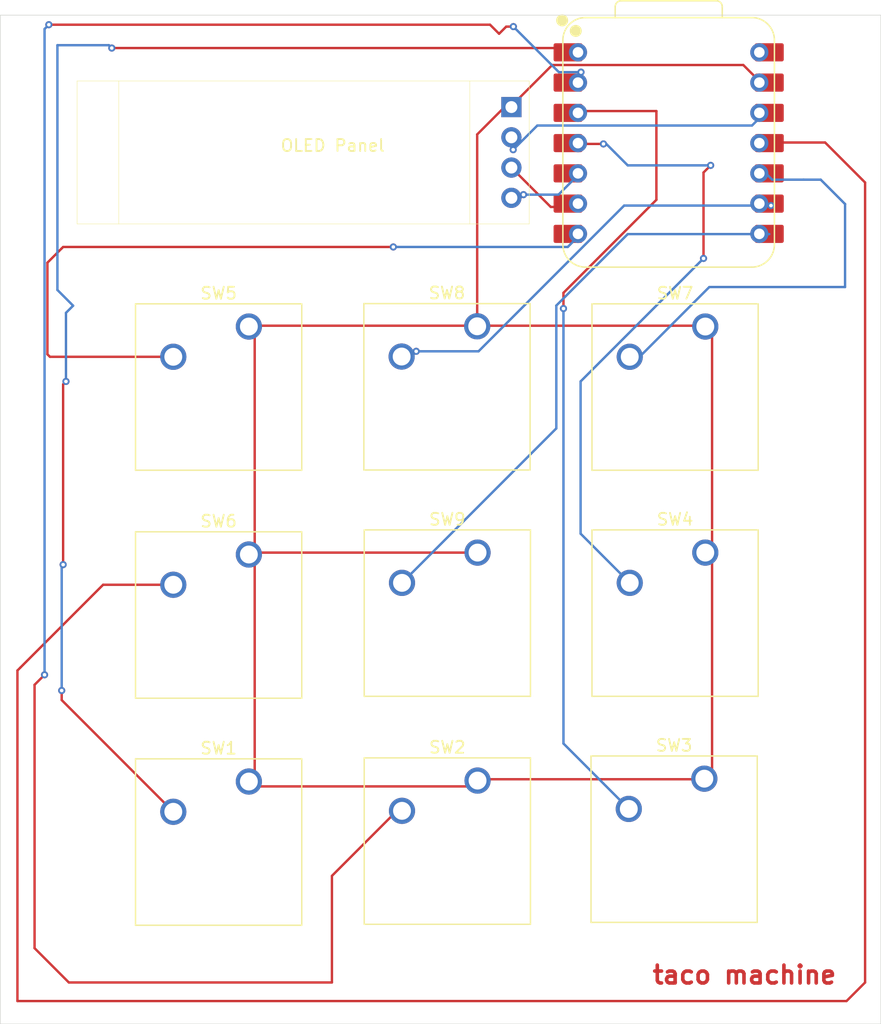
<source format=kicad_pcb>
(kicad_pcb (version 20241229) (generator "pcbnew") (generator_version "9.0")
  (layers (0 "F.Cu" signal) (2 "B.Cu" signal) (13 "F.Paste" user) (15 "B.Paste" user) (5 "F.SilkS" user "F.Silkscreen") (7 "B.SilkS" user "B.Silkscreen") (1 "F.Mask" user) (3 "B.Mask" user) (25 "Edge.Cuts" user))
  (net 0 "")
  (net 1 "Net-(SSD1-GND)")
  (net 2 "Net-(SSD1-VCC)")
  (net 3 "GND")
  (net 4 "Net-(SSD1-SCL)")
  (net 5 "Net-(U1-GPIO26{slash}ADC0{slash}A0)")
  (net 6 "Net-(U1-GPIO27{slash}ADC1{slash}A1)")
  (net 7 "Net-(U1-GPIO28{slash}ADC2{slash}A2)")
  (net 8 "Net-(U1-GPIO29{slash}ADC3{slash}A3)")
  (net 9 "Net-(U1-GPIO0{slash}TX)")
  (net 10 "Net-(U1-GPIO3{slash}MOSI)")
  (net 11 "Net-(U1-GPIO4{slash}MISO)")
  (net 12 "Net-(U1-GPIO2{slash}SCK)")
  (net 13 "Net-(U1-GPIO1{slash}RX)")
  (net 14 "+5V")
  (footprint "Button_Switch_Keyboard:SW_Cherry_MX_1.00u_PCB" (layer "F.Cu") (at 148.42 102.98)
    (property "Reference" "SW9" (at -2.54 -2.794 0) (layer "F.SilkS"))
    (property "Value" "SW_Push")
    (fp_line (start -9.525 -1.905) (end 4.445 -1.905) (stroke (width 0.12)) (layer "F.SilkS"))
    (fp_line (start -9.525 12.065) (end -9.525 -1.905) (stroke (width 0.12)) (layer "F.SilkS"))
    (fp_line (start 4.445 -1.905) (end 4.445 12.065) (stroke (width 0.12)) (layer "F.SilkS"))
    (fp_line (start 4.445 12.065) (end -9.525 12.065) (stroke (width 0.12)) (layer "F.SilkS"))
    (pad "" np_thru_hole circle (at -7.62 5.08) (size 1.7 1.7) (drill 1.7) (layers "*.Cu" "*.Mask"))
    (pad "" np_thru_hole circle (at -2.54 5.08) (size 4 4) (drill 4) (layers "*.Cu" "*.Mask"))
    (pad "" np_thru_hole circle (at 2.54 5.08) (size 1.7 1.7) (drill 1.7) (layers "*.Cu" "*.Mask"))
    (pad "1" thru_hole circle (at 0 0) (size 2.2 2.2) (drill 1.5) (layers "*.Cu" "*.Mask") (net 3 "GND"))
    (pad "2" thru_hole circle (at -6.35 2.54) (size 2.2 2.2) (drill 1.5) (layers "*.Cu" "*.Mask") (net 13 "Net-(U1-GPIO1{slash}RX)"))
  )
  (footprint "Button_Switch_Keyboard:SW_Cherry_MX_1.00u_PCB" (layer "F.Cu") (at 129.2 103.14)
    (property "Reference" "SW6" (at -2.54 -2.794 0) (layer "F.SilkS"))
    (property "Value" "SW_Push")
    (fp_line (start -9.525 -1.905) (end 4.445 -1.905) (stroke (width 0.12)) (layer "F.SilkS"))
    (fp_line (start -9.525 12.065) (end -9.525 -1.905) (stroke (width 0.12)) (layer "F.SilkS"))
    (fp_line (start 4.445 -1.905) (end 4.445 12.065) (stroke (width 0.12)) (layer "F.SilkS"))
    (fp_line (start 4.445 12.065) (end -9.525 12.065) (stroke (width 0.12)) (layer "F.SilkS"))
    (pad "" np_thru_hole circle (at -7.62 5.08) (size 1.7 1.7) (drill 1.7) (layers "*.Cu" "*.Mask"))
    (pad "" np_thru_hole circle (at -2.54 5.08) (size 4 4) (drill 4) (layers "*.Cu" "*.Mask"))
    (pad "" np_thru_hole circle (at 2.54 5.08) (size 1.7 1.7) (drill 1.7) (layers "*.Cu" "*.Mask"))
    (pad "1" thru_hole circle (at 0 0) (size 2.2 2.2) (drill 1.5) (layers "*.Cu" "*.Mask") (net 3 "GND"))
    (pad "2" thru_hole circle (at -6.35 2.54) (size 2.2 2.2) (drill 1.5) (layers "*.Cu" "*.Mask") (net 10 "Net-(U1-GPIO3{slash}MOSI)"))
  )
  (footprint "Button_Switch_Keyboard:SW_Cherry_MX_1.00u_PCB" (layer "F.Cu") (at 148.39 83.98)
    (property "Reference" "SW8" (at -2.54 -2.794 0) (layer "F.SilkS"))
    (property "Value" "SW_Push")
    (fp_line (start -9.525 -1.905) (end 4.445 -1.905) (stroke (width 0.12)) (layer "F.SilkS"))
    (fp_line (start -9.525 12.065) (end -9.525 -1.905) (stroke (width 0.12)) (layer "F.SilkS"))
    (fp_line (start 4.445 -1.905) (end 4.445 12.065) (stroke (width 0.12)) (layer "F.SilkS"))
    (fp_line (start 4.445 12.065) (end -9.525 12.065) (stroke (width 0.12)) (layer "F.SilkS"))
    (pad "" np_thru_hole circle (at -7.62 5.08) (size 1.7 1.7) (drill 1.7) (layers "*.Cu" "*.Mask"))
    (pad "" np_thru_hole circle (at -2.54 5.08) (size 4 4) (drill 4) (layers "*.Cu" "*.Mask"))
    (pad "" np_thru_hole circle (at 2.54 5.08) (size 1.7 1.7) (drill 1.7) (layers "*.Cu" "*.Mask"))
    (pad "1" thru_hole circle (at 0 0) (size 2.2 2.2) (drill 1.5) (layers "*.Cu" "*.Mask") (net 3 "GND"))
    (pad "2" thru_hole circle (at -6.35 2.54) (size 2.2 2.2) (drill 1.5) (layers "*.Cu" "*.Mask") (net 12 "Net-(U1-GPIO2{slash}SCK)"))
  )
  (footprint "Button_Switch_Keyboard:SW_Cherry_MX_1.00u_PCB" (layer "F.Cu") (at 148.42 122.12)
    (property "Reference" "SW2" (at -2.54 -2.794 0) (layer "F.SilkS"))
    (property "Value" "SW_Push")
    (fp_line (start -9.525 -1.905) (end 4.445 -1.905) (stroke (width 0.12)) (layer "F.SilkS"))
    (fp_line (start -9.525 12.065) (end -9.525 -1.905) (stroke (width 0.12)) (layer "F.SilkS"))
    (fp_line (start 4.445 -1.905) (end 4.445 12.065) (stroke (width 0.12)) (layer "F.SilkS"))
    (fp_line (start 4.445 12.065) (end -9.525 12.065) (stroke (width 0.12)) (layer "F.SilkS"))
    (pad "" np_thru_hole circle (at -7.62 5.08) (size 1.7 1.7) (drill 1.7) (layers "*.Cu" "*.Mask"))
    (pad "" np_thru_hole circle (at -2.54 5.08) (size 4 4) (drill 4) (layers "*.Cu" "*.Mask"))
    (pad "" np_thru_hole circle (at 2.54 5.08) (size 1.7 1.7) (drill 1.7) (layers "*.Cu" "*.Mask"))
    (pad "1" thru_hole circle (at 0 0) (size 2.2 2.2) (drill 1.5) (layers "*.Cu" "*.Mask") (net 3 "GND"))
    (pad "2" thru_hole circle (at -6.35 2.54) (size 2.2 2.2) (drill 1.5) (layers "*.Cu" "*.Mask") (net 6 "Net-(U1-GPIO27{slash}ADC1{slash}A1)"))
  )
  (footprint "Button_Switch_Keyboard:SW_Cherry_MX_1.00u_PCB" (layer "F.Cu") (at 167.56 102.98)
    (property "Reference" "SW4" (at -2.54 -2.794 0) (layer "F.SilkS"))
    (property "Value" "SW_Push")
    (fp_line (start -9.525 -1.905) (end 4.445 -1.905) (stroke (width 0.12)) (layer "F.SilkS"))
    (fp_line (start -9.525 12.065) (end -9.525 -1.905) (stroke (width 0.12)) (layer "F.SilkS"))
    (fp_line (start 4.445 -1.905) (end 4.445 12.065) (stroke (width 0.12)) (layer "F.SilkS"))
    (fp_line (start 4.445 12.065) (end -9.525 12.065) (stroke (width 0.12)) (layer "F.SilkS"))
    (pad "" np_thru_hole circle (at -7.62 5.08) (size 1.7 1.7) (drill 1.7) (layers "*.Cu" "*.Mask"))
    (pad "" np_thru_hole circle (at -2.54 5.08) (size 4 4) (drill 4) (layers "*.Cu" "*.Mask"))
    (pad "" np_thru_hole circle (at 2.54 5.08) (size 1.7 1.7) (drill 1.7) (layers "*.Cu" "*.Mask"))
    (pad "1" thru_hole circle (at 0 0) (size 2.2 2.2) (drill 1.5) (layers "*.Cu" "*.Mask") (net 3 "GND"))
    (pad "2" thru_hole circle (at -6.35 2.54) (size 2.2 2.2) (drill 1.5) (layers "*.Cu" "*.Mask") (net 8 "Net-(U1-GPIO29{slash}ADC3{slash}A3)"))
  )
  (footprint "Button_Switch_Keyboard:SW_Cherry_MX_1.00u_PCB" (layer "F.Cu") (at 167.56 84)
    (property "Reference" "SW7" (at -2.54 -2.794 0) (layer "F.SilkS"))
    (property "Value" "SW_Push")
    (fp_line (start -9.525 -1.905) (end 4.445 -1.905) (stroke (width 0.12)) (layer "F.SilkS"))
    (fp_line (start -9.525 12.065) (end -9.525 -1.905) (stroke (width 0.12)) (layer "F.SilkS"))
    (fp_line (start 4.445 -1.905) (end 4.445 12.065) (stroke (width 0.12)) (layer "F.SilkS"))
    (fp_line (start 4.445 12.065) (end -9.525 12.065) (stroke (width 0.12)) (layer "F.SilkS"))
    (pad "" np_thru_hole circle (at -7.62 5.08) (size 1.7 1.7) (drill 1.7) (layers "*.Cu" "*.Mask"))
    (pad "" np_thru_hole circle (at -2.54 5.08) (size 4 4) (drill 4) (layers "*.Cu" "*.Mask"))
    (pad "" np_thru_hole circle (at 2.54 5.08) (size 1.7 1.7) (drill 1.7) (layers "*.Cu" "*.Mask"))
    (pad "1" thru_hole circle (at 0 0) (size 2.2 2.2) (drill 1.5) (layers "*.Cu" "*.Mask") (net 3 "GND"))
    (pad "2" thru_hole circle (at -6.35 2.54) (size 2.2 2.2) (drill 1.5) (layers "*.Cu" "*.Mask") (net 11 "Net-(U1-GPIO4{slash}MISO)"))
  )
  (footprint "oled:SSD1306-0.91-OLED-4pin-128x32 (4)" (layer "F.Cu") (at 114.765 63.385)
    (property "Reference" "SSD1" (hide yes))
    (property "Value" "~")
    (fp_line (start 0 0) (end 0 12) (stroke (width 0.04)) (layer "F.SilkS"))
    (fp_line (start 0 12) (end 38 12) (stroke (width 0.04)) (layer "F.SilkS"))
    (fp_line (start 3.5 0) (end 3.5 12) (stroke (width 0.04)) (layer "F.SilkS"))
    (fp_line (start 33 0) (end 33 12) (stroke (width 0.04)) (layer "F.SilkS"))
    (fp_line (start 38 0) (end 0 0) (stroke (width 0.04)) (layer "F.SilkS"))
    (fp_line (start 38 12) (end 38 0) (stroke (width 0.04)) (layer "F.SilkS"))
    (fp_text user "OLED Panel" (at 21.48 5.42 0) (layer "F.SilkS"))
    (pad "1" thru_hole rect (at 36.5 2.19) (size 1.7 1.7) (drill 1) (layers "*.Cu" "*.Mask") (net 3 "GND"))
    (pad "2" thru_hole oval (at 36.5 4.73) (size 1.7 1.7) (drill 1) (layers "*.Cu" "*.Mask") (net 4 "Net-(SSD1-SCL)"))
    (pad "3" thru_hole oval (at 36.5 7.27) (size 1.7 1.7) (drill 1) (layers "*.Cu" "*.Mask") (net 2 "Net-(SSD1-VCC)"))
    (pad "4" thru_hole oval (at 36.5 9.81) (size 1.7 1.7) (drill 1) (layers "*.Cu" "*.Mask") (net 1 "Net-(SSD1-GND)"))
  )
  (footprint "Button_Switch_Keyboard:SW_Cherry_MX_1.00u_PCB" (layer "F.Cu") (at 167.48 121.96)
    (property "Reference" "SW3" (at -2.54 -2.794 0) (layer "F.SilkS"))
    (property "Value" "SW_Push")
    (fp_line (start -9.525 -1.905) (end 4.445 -1.905) (stroke (width 0.12)) (layer "F.SilkS"))
    (fp_line (start -9.525 12.065) (end -9.525 -1.905) (stroke (width 0.12)) (layer "F.SilkS"))
    (fp_line (start 4.445 -1.905) (end 4.445 12.065) (stroke (width 0.12)) (layer "F.SilkS"))
    (fp_line (start 4.445 12.065) (end -9.525 12.065) (stroke (width 0.12)) (layer "F.SilkS"))
    (pad "" np_thru_hole circle (at -7.62 5.08) (size 1.7 1.7) (drill 1.7) (layers "*.Cu" "*.Mask"))
    (pad "" np_thru_hole circle (at -2.54 5.08) (size 4 4) (drill 4) (layers "*.Cu" "*.Mask"))
    (pad "" np_thru_hole circle (at 2.54 5.08) (size 1.7 1.7) (drill 1.7) (layers "*.Cu" "*.Mask"))
    (pad "1" thru_hole circle (at 0 0) (size 2.2 2.2) (drill 1.5) (layers "*.Cu" "*.Mask") (net 3 "GND"))
    (pad "2" thru_hole circle (at -6.35 2.54) (size 2.2 2.2) (drill 1.5) (layers "*.Cu" "*.Mask") (net 7 "Net-(U1-GPIO28{slash}ADC2{slash}A2)"))
  )
  (footprint "Button_Switch_Keyboard:SW_Cherry_MX_1.00u_PCB" (layer "F.Cu") (at 129.2 84)
    (property "Reference" "SW5" (at -2.54 -2.794 0) (layer "F.SilkS"))
    (property "Value" "SW_Push")
    (fp_line (start -9.525 -1.905) (end 4.445 -1.905) (stroke (width 0.12)) (layer "F.SilkS"))
    (fp_line (start -9.525 12.065) (end -9.525 -1.905) (stroke (width 0.12)) (layer "F.SilkS"))
    (fp_line (start 4.445 -1.905) (end 4.445 12.065) (stroke (width 0.12)) (layer "F.SilkS"))
    (fp_line (start 4.445 12.065) (end -9.525 12.065) (stroke (width 0.12)) (layer "F.SilkS"))
    (pad "" np_thru_hole circle (at -7.62 5.08) (size 1.7 1.7) (drill 1.7) (layers "*.Cu" "*.Mask"))
    (pad "" np_thru_hole circle (at -2.54 5.08) (size 4 4) (drill 4) (layers "*.Cu" "*.Mask"))
    (pad "" np_thru_hole circle (at 2.54 5.08) (size 1.7 1.7) (drill 1.7) (layers "*.Cu" "*.Mask"))
    (pad "1" thru_hole circle (at 0 0) (size 2.2 2.2) (drill 1.5) (layers "*.Cu" "*.Mask") (net 3 "GND"))
    (pad "2" thru_hole circle (at -6.35 2.54) (size 2.2 2.2) (drill 1.5) (layers "*.Cu" "*.Mask") (net 9 "Net-(U1-GPIO0{slash}TX)"))
  )
  (footprint "feet:XIAO-RP2040-DIP" (layer "F.Cu") (at 164.48 68.6)
    (property "Reference" "U1" (hide yes))
    (property "Value" "XIAO-RP2040-DIP")
    (fp_line (start -8.89 8.509) (end -8.89 -8.636) (stroke (width 0.127)) (layer "F.SilkS"))
    (fp_line (start -6.985 10.414) (end 6.985 10.414) (stroke (width 0.127)) (layer "F.SilkS"))
    (fp_line (start -4.495 -10.541) (end -4.491272 -11.451272) (stroke (width 0.127)) (layer "F.SilkS"))
    (fp_line (start -3.991272 -11.951) (end 4.004 -11.951) (stroke (width 0.127)) (layer "F.SilkS"))
    (fp_line (start 4.504 -11.451) (end 4.504 -10.541) (stroke (width 0.127)) (layer "F.SilkS"))
    (fp_line (start 6.985 -10.541) (end -6.985 -10.541) (stroke (width 0.1)) (layer "F.SilkS"))
    (fp_line (start 6.985 -10.541) (end -6.985 -10.541) (stroke (width 0.127)) (layer "F.SilkS"))
    (fp_line (start 8.89 8.509) (end 8.89 -8.636) (stroke (width 0.127)) (layer "F.SilkS"))
    (fp_arc (start -8.89 -8.636) (mid -8.332038 -9.983038) (end -6.985 -10.541) (stroke (width 0.127)) (layer "F.SilkS"))
    (fp_arc (start -6.985 10.414) (mid -8.332038 9.856038) (end -8.89 8.509) (stroke (width 0.127)) (layer "F.SilkS"))
    (fp_arc (start -4.491272 -11.451272) (mid -4.344728 -11.80464) (end -3.991272 -11.951) (stroke (width 0.127)) (layer "F.SilkS"))
    (fp_arc (start 4.004 -11.951) (mid 4.357553 -11.804553) (end 4.504 -11.451) (stroke (width 0.127)) (layer "F.SilkS"))
    (fp_arc (start 6.985 -10.541) (mid 8.332038 -9.983038) (end 8.89 -8.636) (stroke (width 0.127)) (layer "F.SilkS"))
    (fp_arc (start 8.89 8.509) (mid 8.332038 9.856038) (end 6.985 10.414) (stroke (width 0.127)) (layer "F.SilkS"))
    (fp_circle (center -8.95 -10.3) (end -8.95 -10.554) (stroke (width 0.5)) (fill yes) (layer "F.SilkS"))
    (fp_circle (center -7.807 -9.42) (end -7.807 -9.674) (stroke (width 0.5)) (fill yes) (layer "F.SilkS"))
    (pad "1" smd roundrect (at -8.455 -7.62 180) (size 2.432 1.524) (layers "F.Cu" "F.Mask") (roundrect_rratio 0.1) (net 5 "Net-(U1-GPIO26{slash}ADC0{slash}A0)"))
    (pad "1" thru_hole circle (at -7.62 -7.62 180) (size 1.524 1.524) (drill 0.889) (layers "*.Cu" "*.Mask") (net 5 "Net-(U1-GPIO26{slash}ADC0{slash}A0)"))
    (pad "2" smd roundrect (at -8.455 -5.08 180) (size 2.432 1.524) (layers "F.Cu" "F.Mask") (roundrect_rratio 0.1) (net 6 "Net-(U1-GPIO27{slash}ADC1{slash}A1)"))
    (pad "2" thru_hole circle (at -7.62 -5.08 180) (size 1.524 1.524) (drill 0.889) (layers "*.Cu" "*.Mask") (net 6 "Net-(U1-GPIO27{slash}ADC1{slash}A1)"))
    (pad "3" smd roundrect (at -8.455 -2.54 180) (size 2.432 1.524) (layers "F.Cu" "F.Mask") (roundrect_rratio 0.1) (net 7 "Net-(U1-GPIO28{slash}ADC2{slash}A2)"))
    (pad "3" thru_hole circle (at -7.62 -2.54 180) (size 1.524 1.524) (drill 0.889) (layers "*.Cu" "*.Mask") (net 7 "Net-(U1-GPIO28{slash}ADC2{slash}A2)"))
    (pad "4" smd roundrect (at -8.455 0 180) (size 2.432 1.524) (layers "F.Cu" "F.Mask") (roundrect_rratio 0.1) (net 8 "Net-(U1-GPIO29{slash}ADC3{slash}A3)"))
    (pad "4" thru_hole circle (at -7.62 0 180) (size 1.524 1.524) (drill 0.889) (layers "*.Cu" "*.Mask") (net 8 "Net-(U1-GPIO29{slash}ADC3{slash}A3)"))
    (pad "5" smd roundrect (at -8.455 2.54 180) (size 2.432 1.524) (layers "F.Cu" "F.Mask") (roundrect_rratio 0.1) (net 1 "Net-(SSD1-GND)"))
    (pad "5" thru_hole circle (at -7.62 2.54 180) (size 1.524 1.524) (drill 0.889) (layers "*.Cu" "*.Mask") (net 1 "Net-(SSD1-GND)"))
    (pad "6" smd roundrect (at -8.455 5.08 180) (size 2.432 1.524) (layers "F.Cu" "F.Mask") (roundrect_rratio 0.1) (net 2 "Net-(SSD1-VCC)"))
    (pad "6" thru_hole circle (at -7.62 5.08 180) (size 1.524 1.524) (drill 0.889) (layers "*.Cu" "*.Mask") (net 2 "Net-(SSD1-VCC)"))
    (pad "7" smd roundrect (at -8.455 7.62 180) (size 2.432 1.524) (layers "F.Cu" "F.Mask") (roundrect_rratio 0.1) (net 9 "Net-(U1-GPIO0{slash}TX)"))
    (pad "7" thru_hole circle (at -7.62 7.62 180) (size 1.524 1.524) (drill 0.889) (layers "*.Cu" "*.Mask") (net 9 "Net-(U1-GPIO0{slash}TX)"))
    (pad "8" thru_hole circle (at 7.62 7.62) (size 1.524 1.524) (drill 0.889) (layers "*.Cu" "*.Mask") (net 13 "Net-(U1-GPIO1{slash}RX)"))
    (pad "8" smd roundrect (at 8.455 7.62) (size 2.432 1.524) (layers "F.Cu" "F.Mask") (roundrect_rratio 0.1) (net 13 "Net-(U1-GPIO1{slash}RX)"))
    (pad "9" thru_hole circle (at 7.62 5.08) (size 1.524 1.524) (drill 0.889) (layers "*.Cu" "*.Mask") (net 12 "Net-(U1-GPIO2{slash}SCK)"))
    (pad "9" smd roundrect (at 8.455 5.08) (size 2.432 1.524) (layers "F.Cu" "F.Mask") (roundrect_rratio 0.1) (net 12 "Net-(U1-GPIO2{slash}SCK)"))
    (pad "10" thru_hole circle (at 7.62 2.54) (size 1.524 1.524) (drill 0.889) (layers "*.Cu" "*.Mask") (net 11 "Net-(U1-GPIO4{slash}MISO)"))
    (pad "10" smd roundrect (at 8.455 2.54) (size 2.432 1.524) (layers "F.Cu" "F.Mask") (roundrect_rratio 0.1) (net 11 "Net-(U1-GPIO4{slash}MISO)"))
    (pad "11" thru_hole circle (at 7.62 0) (size 1.524 1.524) (drill 0.889) (layers "*.Cu" "*.Mask") (net 10 "Net-(U1-GPIO3{slash}MOSI)"))
    (pad "11" smd roundrect (at 8.455 0) (size 2.432 1.524) (layers "F.Cu" "F.Mask") (roundrect_rratio 0.1) (net 10 "Net-(U1-GPIO3{slash}MOSI)"))
    (pad "12" thru_hole circle (at 7.62 -2.54) (size 1.524 1.524) (drill 0.889) (layers "*.Cu" "*.Mask") (net 4 "Net-(SSD1-SCL)"))
    (pad "12" smd roundrect (at 8.455 -2.54) (size 2.432 1.524) (layers "F.Cu" "F.Mask") (roundrect_rratio 0.1) (net 4 "Net-(SSD1-SCL)"))
    (pad "13" thru_hole circle (at 7.62 -5.08) (size 1.524 1.524) (drill 0.889) (layers "*.Cu" "*.Mask") (net 3 "GND"))
    (pad "13" smd roundrect (at 8.455 -5.08) (size 2.432 1.524) (layers "F.Cu" "F.Mask") (roundrect_rratio 0.1) (net 3 "GND"))
    (pad "14" thru_hole circle (at 7.62 -7.62) (size 1.524 1.524) (drill 0.889) (layers "*.Cu" "*.Mask") (net 14 "+5V"))
    (pad "14" smd roundrect (at 8.455 -7.62) (size 2.432 1.524) (layers "F.Cu" "F.Mask") (roundrect_rratio 0.1) (net 14 "+5V"))
  )
  (footprint "Button_Switch_Keyboard:SW_Cherry_MX_1.00u_PCB" (layer "F.Cu") (at 129.2 122.2)
    (property "Reference" "SW1" (at -2.54 -2.794 0) (layer "F.SilkS"))
    (property "Value" "SW_Push")
    (fp_line (start -9.525 -1.905) (end 4.445 -1.905) (stroke (width 0.12)) (layer "F.SilkS"))
    (fp_line (start -9.525 12.065) (end -9.525 -1.905) (stroke (width 0.12)) (layer "F.SilkS"))
    (fp_line (start 4.445 -1.905) (end 4.445 12.065) (stroke (width 0.12)) (layer "F.SilkS"))
    (fp_line (start 4.445 12.065) (end -9.525 12.065) (stroke (width 0.12)) (layer "F.SilkS"))
    (pad "" np_thru_hole circle (at -7.62 5.08) (size 1.7 1.7) (drill 1.7) (layers "*.Cu" "*.Mask"))
    (pad "" np_thru_hole circle (at -2.54 5.08) (size 4 4) (drill 4) (layers "*.Cu" "*.Mask"))
    (pad "" np_thru_hole circle (at 2.54 5.08) (size 1.7 1.7) (drill 1.7) (layers "*.Cu" "*.Mask"))
    (pad "1" thru_hole circle (at 0 0) (size 2.2 2.2) (drill 1.5) (layers "*.Cu" "*.Mask") (net 3 "GND"))
    (pad "2" thru_hole circle (at -6.35 2.54) (size 2.2 2.2) (drill 1.5) (layers "*.Cu" "*.Mask") (net 5 "Net-(U1-GPIO26{slash}ADC0{slash}A0)"))
  )
  (gr_rect (start 108.31 57.86) (end 182.31 142.55) (stroke (width 0.05)) (fill no) (layer "Edge.Cuts"))
  (gr_text "taco machine" (at 162.97 139.31 0) (layer "F.Cu") (effects (font (size 1.5 1.5) (thickness 0.3) (bold yes)) (justify left bottom)))
  (segment (start 151.265 73.195) (end 152.013211 73.195) (width 0.2) (layer "F.Cu") (net 1))
  (segment (start 152.013211 73.195) (end 152.280429 72.927782) (width 0.2) (layer "F.Cu") (net 1))
  (via (at 152.280429 72.927782) (size 0.6) (drill 0.3) (layers "F.Cu" "B.Cu") (net 1))
  (segment (start 155.222218 72.927782) (end 157.08 71.07) (width 0.2) (layer "B.Cu") (net 1))
  (segment (start 152.280429 72.927782) (end 155.222218 72.927782) (width 0.2) (layer "B.Cu") (net 1))
  (segment (start 151.265 70.655) (end 154.57 73.96) (width 0.2) (layer "F.Cu") (net 2))
  (segment (start 154.57 73.96) (end 156.96 73.96) (width 0.2) (layer "F.Cu") (net 2))
  (segment (start 168.13 121.77) (end 167.41 122.49) (width 0.2) (layer "F.Cu") (net 3))
  (segment (start 148.39 83.98) (end 148.39 67.87) (width 0.2) (layer "F.Cu") (net 3))
  (segment (start 168.13 84.05) (end 168.13 103.39) (width 0.2) (layer "F.Cu") (net 3))
  (segment (start 129.69 121.77) (end 129.69 102.79) (width 0.2) (layer "F.Cu") (net 3))
  (segment (start 129.69 84.89) (end 128.97 84.17) (width 0.2) (layer "F.Cu") (net 3))
  (segment (start 151.07 65.19) (end 151.55 65.19) (width 0.2) (layer "F.Cu") (net 3))
  (segment (start 170.753 62.043) (end 172.46 63.75) (width 0.2) (layer "F.Cu") (net 3))
  (segment (start 129.2 84) (end 129.27 83.93) (width 0.2) (layer "F.Cu") (net 3))
  (segment (start 168.01 83.93) (end 168.13 84.05) (width 0.2) (layer "F.Cu") (net 3))
  (segment (start 129.38 102.98) (end 129.21 103.15) (width 0.2) (layer "F.Cu") (net 3))
  (segment (start 148.55 83.93) (end 168.01 83.93) (width 0.2) (layer "F.Cu") (net 3))
  (segment (start 148.19 122.61) (end 128.85 122.61) (width 0.2) (layer "F.Cu") (net 3))
  (segment (start 148.79 122.01) (end 148.19 122.61) (width 0.2) (layer "F.Cu") (net 3))
  (segment (start 129.27 83.93) (end 148.55 83.93) (width 0.2) (layer "F.Cu") (net 3))
  (segment (start 168.13 103.39) (end 168.13 121.77) (width 0.2) (layer "F.Cu") (net 3))
  (segment (start 128.85 122.61) (end 129.69 121.77) (width 0.2) (layer "F.Cu") (net 3))
  (segment (start 154.697 62.043) (end 170.753 62.043) (width 0.2) (layer "F.Cu") (net 3))
  (segment (start 148.39 67.87) (end 151.07 65.19) (width 0.2) (layer "F.Cu") (net 3))
  (segment (start 148.42 102.98) (end 129.38 102.98) (width 0.2) (layer "F.Cu") (net 3))
  (segment (start 166.93 122.01) (end 148.79 122.01) (width 0.2) (layer "F.Cu") (net 3))
  (segment (start 129.69 102.79) (end 129.69 84.89) (width 0.2) (layer "F.Cu") (net 3))
  (segment (start 151.55 65.19) (end 154.697 62.043) (width 0.2) (layer "F.Cu") (net 3))
  (segment (start 167.41 122.49) (end 166.93 122.01) (width 0.2) (layer "F.Cu") (net 3))
  (segment (start 151.265 69.005955) (end 151.413493 69.154448) (width 0.2) (layer "F.Cu") (net 4))
  (segment (start 151.265 68.115) (end 151.265 69.005955) (width 0.2) (layer "F.Cu") (net 4))
  (via (at 151.413493 69.154448) (size 0.6) (drill 0.3) (layers "F.Cu" "B.Cu") (net 4))
  (segment (start 153.444941 67.123) (end 171.487 67.123) (width 0.2) (layer "B.Cu") (net 4))
  (segment (start 171.487 67.123) (end 172.46 66.15) (width 0.2) (layer "B.Cu") (net 4))
  (segment (start 151.413493 69.154448) (end 153.444941 67.123) (width 0.2) (layer "B.Cu") (net 4))
  (segment (start 117.68 60.62) (end 156.36 60.62) (width 0.2) (layer "F.Cu") (net 5))
  (segment (start 156.36 60.62) (end 157.08 61.34) (width 0.2) (layer "F.Cu") (net 5))
  (segment (start 113.59 103.99) (end 113.59 88.85) (width 0.2) (layer "F.Cu") (net 5))
  (segment (start 113.59 88.85) (end 113.83 88.61) (width 0.2) (layer "F.Cu") (net 5))
  (segment (start 113.47 115.36) (end 113.47 114.56) (width 0.2) (layer "F.Cu") (net 5))
  (segment (start 122.85 124.74) (end 113.47 115.36) (width 0.2) (layer "F.Cu") (net 5))
  (via (at 117.68 60.62) (size 0.6) (drill 0.3) (layers "F.Cu" "B.Cu") (net 5))
  (via (at 113.47 114.56) (size 0.6) (drill 0.3) (layers "F.Cu" "B.Cu") (net 5))
  (via (at 113.59 103.99) (size 0.6) (drill 0.3) (layers "F.Cu" "B.Cu") (net 5))
  (via (at 113.83 88.61) (size 0.6) (drill 0.3) (layers "F.Cu" "B.Cu") (net 5))
  (segment (start 113.47 104.11) (end 113.59 103.99) (width 0.2) (layer "B.Cu") (net 5))
  (segment (start 113.83 82.85) (end 114.43 82.25) (width 0.2) (layer "B.Cu") (net 5))
  (segment (start 113.83 88.61) (end 113.83 82.85) (width 0.2) (layer "B.Cu") (net 5))
  (segment (start 113.47 114.56) (end 113.47 104.11) (width 0.2) (layer "B.Cu") (net 5))
  (segment (start 114.43 82.25) (end 113.11 80.93) (width 0.2) (layer "B.Cu") (net 5))
  (segment (start 117.44 60.38) (end 117.68 60.62) (width 0.2) (layer "B.Cu") (net 5))
  (segment (start 113.11 60.38) (end 117.44 60.38) (width 0.2) (layer "B.Cu") (net 5))
  (segment (start 113.11 80.93) (end 113.11 60.38) (width 0.2) (layer "B.Cu") (net 5))
  (segment (start 142.07 124.66) (end 141.64153 124.66) (width 0.2) (layer "F.Cu") (net 6))
  (segment (start 114.07 139.07) (end 111.19 136.19) (width 0.2) (layer "F.Cu") (net 6))
  (segment (start 157.113094 62.643) (end 157.113094 63.356906) (width 0.2) (layer "F.Cu") (net 6))
  (segment (start 149.47 58.66) (end 150.23 59.42) (width 0.2) (layer "F.Cu") (net 6))
  (segment (start 150.23 59.42) (end 150.83 58.82) (width 0.2) (layer "F.Cu") (net 6))
  (segment (start 111.19 136.19) (end 111.19 114.08) (width 0.2) (layer "F.Cu") (net 6))
  (segment (start 112.39 58.66) (end 149.47 58.66) (width 0.2) (layer "F.Cu") (net 6))
  (segment (start 141.64153 124.66) (end 136.18 130.12153) (width 0.2) (layer "F.Cu") (net 6))
  (segment (start 136.18 139.07) (end 114.07 139.07) (width 0.2) (layer "F.Cu") (net 6))
  (segment (start 136.18 130.12153) (end 136.18 139.07) (width 0.2) (layer "F.Cu") (net 6))
  (segment (start 111.19 114.08) (end 112.03 113.24) (width 0.2) (layer "F.Cu") (net 6))
  (segment (start 150.83 58.82) (end 151.43 58.82) (width 0.2) (layer "F.Cu") (net 6))
  (segment (start 157.113094 63.356906) (end 156.84 63.63) (width 0.2) (layer "F.Cu") (net 6))
  (via (at 112.39 58.66) (size 0.6) (drill 0.3) (layers "F.Cu" "B.Cu") (net 6))
  (via (at 157.113094 62.643) (size 0.6) (drill 0.3) (layers "F.Cu" "B.Cu") (net 6))
  (via (at 151.43 58.82) (size 0.6) (drill 0.3) (layers "F.Cu" "B.Cu") (net 6))
  (via (at 112.03 113.24) (size 0.6) (drill 0.3) (layers "F.Cu" "B.Cu") (net 6))
  (segment (start 151.43 58.82) (end 155.253 62.643) (width 0.2) (layer "B.Cu") (net 6))
  (segment (start 112.03 59.02) (end 112.39 58.66) (width 0.2) (layer "B.Cu") (net 6))
  (segment (start 112.03 113.24) (end 112.03 59.02) (width 0.2) (layer "B.Cu") (net 6))
  (segment (start 155.253 62.643) (end 157.113094 62.643) (width 0.2) (layer "B.Cu") (net 6))
  (segment (start 163.45 65.91) (end 156.84 65.91) (width 0.2) (layer "F.Cu") (net 7))
  (segment (start 162.49 74.32) (end 163.45 73.36) (width 0.2) (layer "F.Cu") (net 7))
  (segment (start 156.84 65.91) (end 156.36 65.43) (width 0.2) (layer "F.Cu") (net 7))
  (segment (start 155.64 82.49) (end 155.64 81.17) (width 0.2) (layer "F.Cu") (net 7))
  (segment (start 155.64 81.17) (end 162.49 74.32) (width 0.2) (layer "F.Cu") (net 7))
  (segment (start 163.45 73.36) (end 163.45 65.91) (width 0.2) (layer "F.Cu") (net 7))
  (via (at 155.64 82.49) (size 0.6) (drill 0.3) (layers "F.Cu" "B.Cu") (net 7))
  (segment (start 155.64 119.01) (end 155.64 82.49) (width 0.2) (layer "B.Cu") (net 7))
  (segment (start 161.13 124.5) (end 155.64 119.01) (width 0.2) (layer "B.Cu") (net 7))
  (segment (start 157.2 68.67) (end 157.08 68.79) (width 0.2) (layer "F.Cu") (net 8))
  (segment (start 167.41 78.28) (end 167.41 71.07) (width 0.2) (layer "F.Cu") (net 8))
  (segment (start 167.41 71.07) (end 168.01 70.47) (width 0.2) (layer "F.Cu") (net 8))
  (segment (start 159 68.67) (end 157.2 68.67) (width 0.2) (layer "F.Cu") (net 8))
  (via (at 168.01 70.47) (size 0.6) (drill 0.3) (layers "F.Cu" "B.Cu") (net 8))
  (via (at 167.41 78.28) (size 0.6) (drill 0.3) (layers "F.Cu" "B.Cu") (net 8))
  (via (at 159 68.67) (size 0.6) (drill 0.3) (layers "F.Cu" "B.Cu") (net 8))
  (segment (start 161.04 70.47) (end 159.96 69.39) (width 0.2) (layer "B.Cu") (net 8))
  (segment (start 157.08 88.61) (end 167.41 78.28) (width 0.2) (layer "B.Cu") (net 8))
  (segment (start 159.96 69.39) (end 159.24 68.67) (width 0.2) (layer "B.Cu") (net 8))
  (segment (start 168.01 70.47) (end 161.04 70.47) (width 0.2) (layer "B.Cu") (net 8))
  (segment (start 161.21 105.52) (end 157.08 101.39) (width 0.2) (layer "B.Cu") (net 8))
  (segment (start 159.24 68.67) (end 159 68.67) (width 0.2) (layer "B.Cu") (net 8))
  (segment (start 157.08 101.39) (end 157.08 88.61) (width 0.2) (layer "B.Cu") (net 8))
  (segment (start 112.27 78.64) (end 113.47 77.44) (width 0.2) (layer "F.Cu") (net 9))
  (segment (start 122.85 86.54) (end 112.48 86.54) (width 0.2) (layer "F.Cu") (net 9))
  (segment (start 113.59 77.32) (end 141.34 77.32) (width 0.2) (layer "F.Cu") (net 9))
  (segment (start 113.47 77.44) (end 113.59 77.32) (width 0.2) (layer "F.Cu") (net 9))
  (segment (start 112.27 86.33) (end 112.27 78.64) (width 0.2) (layer "F.Cu") (net 9))
  (segment (start 112.48 86.54) (end 112.27 86.33) (width 0.2) (layer "F.Cu") (net 9))
  (via (at 141.34 77.32) (size 0.6) (drill 0.3) (layers "F.Cu" "B.Cu") (net 9))
  (segment (start 141.34 77.32) (end 156 77.32) (width 0.2) (layer "B.Cu") (net 9))
  (segment (start 156 77.32) (end 157.32 76) (width 0.2) (layer "B.Cu") (net 9))
  (segment (start 180.75 71.67) (end 177.63 68.55) (width 0.2) (layer "F.Cu") (net 10))
  (segment (start 177.63 68.55) (end 172.34 68.55) (width 0.2) (layer "F.Cu") (net 10))
  (segment (start 179.43 140.63) (end 180.99 139.07) (width 0.2) (layer "F.Cu") (net 10))
  (segment (start 109.75 140.63) (end 179.43 140.63) (width 0.2) (layer "F.Cu") (net 10))
  (segment (start 109.75 112.88) (end 109.75 140.63) (width 0.2) (layer "F.Cu") (net 10))
  (segment (start 122.85 105.68) (end 116.95 105.68) (width 0.2) (layer "F.Cu") (net 10))
  (segment (start 109.99 112.64) (end 109.75 112.88) (width 0.2) (layer "F.Cu") (net 10))
  (segment (start 116.95 105.68) (end 109.99 112.64) (width 0.2) (layer "F.Cu") (net 10))
  (segment (start 180.99 139.07) (end 180.99 71.91) (width 0.2) (layer "F.Cu") (net 10))
  (segment (start 180.99 71.91) (end 180.75 71.67) (width 0.2) (layer "F.Cu") (net 10))
  (segment (start 161.53 86.81) (end 161.77 87.05) (width 0.2) (layer "F.Cu") (net 11))
  (segment (start 161.21 86.54) (end 161.17 86.58) (width 0.2) (layer "F.Cu") (net 11))
  (segment (start 161.17 86.81) (end 161.53 86.81) (width 0.2) (layer "F.Cu") (net 11))
  (segment (start 161.17 86.58) (end 161.17 86.81) (width 0.2) (layer "F.Cu") (net 11))
  (segment (start 173.18 71.67) (end 172.22 70.71) (width 0.2) (layer "B.Cu") (net 11))
  (segment (start 161.21 86.54) (end 161.21 86.97) (width 0.2) (layer "B.Cu") (net 11))
  (segment (start 179.31 73.72) (end 177.26 71.67) (width 0.2) (layer "B.Cu") (net 11))
  (segment (start 177.26 71.67) (end 175.82 71.67) (width 0.2) (layer "B.Cu") (net 11))
  (segment (start 161.21 86.97) (end 161.41 87.17) (width 0.2) (layer "B.Cu") (net 11))
  (segment (start 179.306211 80.684543) (end 179.306211 73.723789) (width 0.2) (layer "B.Cu") (net 11))
  (segment (start 175.82 71.67) (end 173.18 71.67) (width 0.2) (layer "B.Cu") (net 11))
  (segment (start 161.41 87.17) (end 167.895457 80.684543) (width 0.2) (layer "B.Cu") (net 11))
  (segment (start 167.895457 80.684543) (end 179.306211 80.684543) (width 0.2) (layer "B.Cu") (net 11))
  (segment (start 179.306211 73.723789) (end 179.31 73.72) (width 0.2) (layer "B.Cu") (net 11))
  (segment (start 142.04 86.52) (end 142.822134 86.52) (width 0.2) (layer "F.Cu") (net 12))
  (segment (start 142.822134 86.52) (end 143.262973 86.079161) (width 0.2) (layer "F.Cu") (net 12))
  (via (at 173.080969 73.843495) (size 0.6) (drill 0.3) (layers "F.Cu" "B.Cu") (net 12))
  (via (at 143.262973 86.079161) (size 0.6) (drill 0.3) (layers "F.Cu" "B.Cu") (net 12))
  (segment (start 143.262973 86.079161) (end 148.504149 86.079161) (width 0.2) (layer "B.Cu") (net 12))
  (segment (start 148.504149 86.079161) (end 160.739815 73.843495) (width 0.2) (layer "B.Cu") (net 12))
  (segment (start 160.739815 73.843495) (end 173.080969 73.843495) (width 0.2) (layer "B.Cu") (net 12))
  (segment (start 161.04 76.24) (end 172.94 76.24) (width 0.2) (layer "B.Cu") (net 13))
  (segment (start 142.07 105.52) (end 155.039 92.551) (width 0.2) (layer "B.Cu") (net 13))
  (segment (start 155.039 82.241) (end 161.04 76.24) (width 0.2) (layer "B.Cu") (net 13))
  (segment (start 155.039 92.551) (end 155.039 82.241) (width 0.2) (layer "B.Cu") (net 13))
)
</source>
